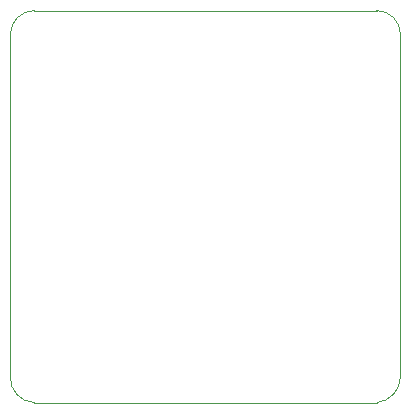
<source format=gbr>
G04 #@! TF.GenerationSoftware,KiCad,Pcbnew,(6.0.5)*
G04 #@! TF.CreationDate,2022-07-08T11:37:32+02:00*
G04 #@! TF.ProjectId,MovuinoProtoShield_v2.0,4d6f7675-696e-46f5-9072-6f746f536869,rev?*
G04 #@! TF.SameCoordinates,Original*
G04 #@! TF.FileFunction,Profile,NP*
%FSLAX46Y46*%
G04 Gerber Fmt 4.6, Leading zero omitted, Abs format (unit mm)*
G04 Created by KiCad (PCBNEW (6.0.5)) date 2022-07-08 11:37:32*
%MOMM*%
%LPD*%
G01*
G04 APERTURE LIST*
G04 #@! TA.AperFunction,Profile*
%ADD10C,0.100000*%
G04 #@! TD*
G04 APERTURE END LIST*
D10*
X126515786Y-31114214D02*
X126515786Y-60114214D01*
X157550001Y-62300012D02*
G75*
G03*
X159535786Y-60114214I-210101J2185812D01*
G01*
X159535786Y-31114214D02*
X159535786Y-60114214D01*
X128535786Y-29114214D02*
X157535786Y-29114214D01*
X159535786Y-31114214D02*
G75*
G03*
X157535786Y-29114214I-1999986J14D01*
G01*
X128535786Y-29114186D02*
G75*
G03*
X126515786Y-31114214I14J-2020114D01*
G01*
X126515706Y-60114211D02*
G75*
G03*
X128550000Y-62300000I2094094J-90589D01*
G01*
X128550000Y-62300000D02*
X157550000Y-62300000D01*
M02*

</source>
